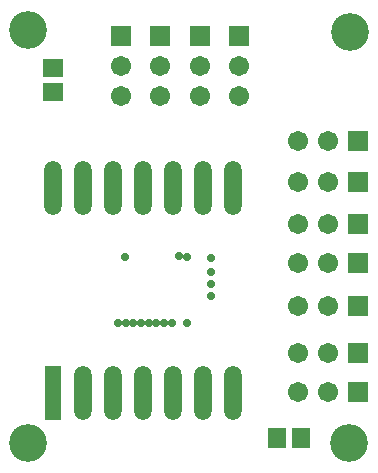
<source format=gts>
G04*
G04 #@! TF.GenerationSoftware,Altium Limited,Altium Designer,23.0.1 (38)*
G04*
G04 Layer_Color=8388736*
%FSLAX25Y25*%
%MOIN*%
G70*
G04*
G04 #@! TF.SameCoordinates,7FA53B3A-F1D1-4194-8ECC-15494960791F*
G04*
G04*
G04 #@! TF.FilePolarity,Negative*
G04*
G01*
G75*
%ADD19R,0.06312X0.06706*%
%ADD20R,0.05800X0.18123*%
%ADD21O,0.05800X0.18123*%
%ADD22R,0.06706X0.06312*%
%ADD23R,0.06706X0.06706*%
%ADD24C,0.06706*%
%ADD25R,0.06706X0.06706*%
%ADD26C,0.02800*%
%ADD27C,0.12611*%
D19*
X299000Y265500D02*
D03*
X291126D02*
D03*
D20*
X216500Y280500D02*
D03*
D21*
X226500D02*
D03*
X236500D02*
D03*
X246500D02*
D03*
X256500D02*
D03*
X266500D02*
D03*
X276500D02*
D03*
Y349000D02*
D03*
X266500D02*
D03*
X256500D02*
D03*
X246500D02*
D03*
X236500D02*
D03*
X226500D02*
D03*
X216500D02*
D03*
D22*
Y381000D02*
D03*
Y388874D02*
D03*
D23*
X318000Y337000D02*
D03*
Y324000D02*
D03*
Y351000D02*
D03*
Y281000D02*
D03*
Y309500D02*
D03*
Y294000D02*
D03*
Y364500D02*
D03*
D24*
X308000Y337000D02*
D03*
X298000D02*
D03*
X308000Y324000D02*
D03*
X298000D02*
D03*
X308000Y351000D02*
D03*
X298000D02*
D03*
X308000Y281000D02*
D03*
X298000D02*
D03*
X308000Y309500D02*
D03*
X298000D02*
D03*
X308000Y294000D02*
D03*
X298000D02*
D03*
X308000Y364500D02*
D03*
X298000D02*
D03*
X278500Y389500D02*
D03*
Y379500D02*
D03*
X265500Y389500D02*
D03*
Y379500D02*
D03*
X252000Y389500D02*
D03*
Y379500D02*
D03*
X239000Y389500D02*
D03*
Y379500D02*
D03*
D25*
X278500Y399500D02*
D03*
X265500D02*
D03*
X252000D02*
D03*
X239000D02*
D03*
D26*
X258457Y326220D02*
D03*
X261000Y326000D02*
D03*
X240500D02*
D03*
X269000Y325500D02*
D03*
Y321000D02*
D03*
Y317000D02*
D03*
Y313000D02*
D03*
X248220Y303780D02*
D03*
X255898D02*
D03*
X250780D02*
D03*
X253339D02*
D03*
X261016D02*
D03*
X240543D02*
D03*
X237984D02*
D03*
X243102D02*
D03*
X245661D02*
D03*
X216000Y349000D02*
D03*
X226500D02*
D03*
X236000D02*
D03*
X246500Y348500D02*
D03*
X256500Y349000D02*
D03*
X266500Y349500D02*
D03*
X276500Y280500D02*
D03*
X266500D02*
D03*
X256500D02*
D03*
X246500D02*
D03*
X236500D02*
D03*
X226500D02*
D03*
X216000D02*
D03*
D27*
X315000Y264000D02*
D03*
X208000D02*
D03*
Y401500D02*
D03*
X315500Y401000D02*
D03*
M02*

</source>
